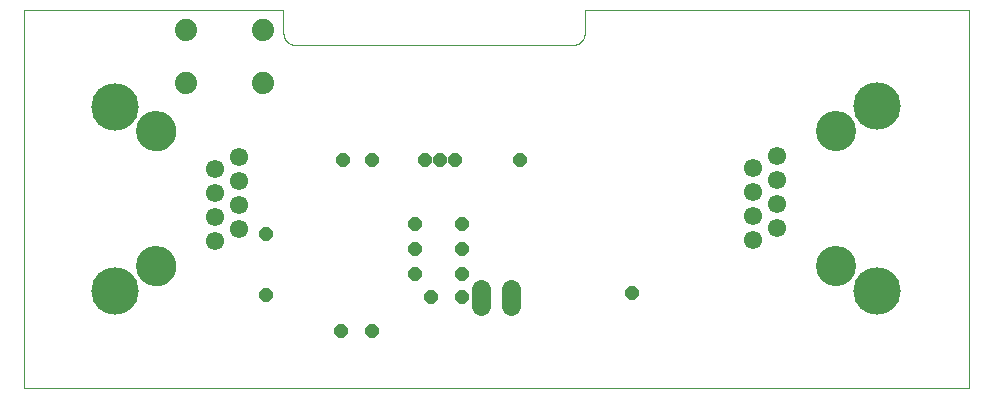
<source format=gbs>
G75*
%MOIN*%
%OFA0B0*%
%FSLAX25Y25*%
%IPPOS*%
%LPD*%
%AMOC8*
5,1,8,0,0,1.08239X$1,22.5*
%
%ADD10C,0.00000*%
%ADD11C,0.13398*%
%ADD12C,0.07400*%
%ADD13C,0.06400*%
%ADD14C,0.06115*%
%ADD15R,0.04762X0.04762*%
%ADD16OC8,0.04369*%
%ADD17C,0.15800*%
D10*
X0001000Y0001571D02*
X0001000Y0127555D01*
X0087614Y0127555D01*
X0087614Y0119681D01*
X0087616Y0119557D01*
X0087622Y0119434D01*
X0087631Y0119310D01*
X0087645Y0119188D01*
X0087662Y0119065D01*
X0087684Y0118943D01*
X0087709Y0118822D01*
X0087738Y0118702D01*
X0087770Y0118583D01*
X0087807Y0118464D01*
X0087847Y0118347D01*
X0087890Y0118232D01*
X0087938Y0118117D01*
X0087989Y0118005D01*
X0088043Y0117894D01*
X0088101Y0117784D01*
X0088162Y0117677D01*
X0088227Y0117571D01*
X0088295Y0117468D01*
X0088366Y0117367D01*
X0088440Y0117268D01*
X0088517Y0117171D01*
X0088598Y0117077D01*
X0088681Y0116986D01*
X0088767Y0116897D01*
X0088856Y0116811D01*
X0088947Y0116728D01*
X0089041Y0116647D01*
X0089138Y0116570D01*
X0089237Y0116496D01*
X0089338Y0116425D01*
X0089441Y0116357D01*
X0089547Y0116292D01*
X0089654Y0116231D01*
X0089764Y0116173D01*
X0089875Y0116119D01*
X0089987Y0116068D01*
X0090102Y0116020D01*
X0090217Y0115977D01*
X0090334Y0115937D01*
X0090453Y0115900D01*
X0090572Y0115868D01*
X0090692Y0115839D01*
X0090813Y0115814D01*
X0090935Y0115792D01*
X0091058Y0115775D01*
X0091180Y0115761D01*
X0091304Y0115752D01*
X0091427Y0115746D01*
X0091551Y0115744D01*
X0184071Y0115744D01*
X0184195Y0115746D01*
X0184318Y0115752D01*
X0184442Y0115761D01*
X0184564Y0115775D01*
X0184687Y0115792D01*
X0184809Y0115814D01*
X0184930Y0115839D01*
X0185050Y0115868D01*
X0185169Y0115900D01*
X0185288Y0115937D01*
X0185405Y0115977D01*
X0185520Y0116020D01*
X0185635Y0116068D01*
X0185747Y0116119D01*
X0185858Y0116173D01*
X0185968Y0116231D01*
X0186075Y0116292D01*
X0186181Y0116357D01*
X0186284Y0116425D01*
X0186385Y0116496D01*
X0186484Y0116570D01*
X0186581Y0116647D01*
X0186675Y0116728D01*
X0186766Y0116811D01*
X0186855Y0116897D01*
X0186941Y0116986D01*
X0187024Y0117077D01*
X0187105Y0117171D01*
X0187182Y0117268D01*
X0187256Y0117367D01*
X0187327Y0117468D01*
X0187395Y0117571D01*
X0187460Y0117677D01*
X0187521Y0117784D01*
X0187579Y0117894D01*
X0187633Y0118005D01*
X0187684Y0118117D01*
X0187732Y0118232D01*
X0187775Y0118347D01*
X0187815Y0118464D01*
X0187852Y0118583D01*
X0187884Y0118702D01*
X0187913Y0118822D01*
X0187938Y0118943D01*
X0187960Y0119065D01*
X0187977Y0119188D01*
X0187991Y0119310D01*
X0188000Y0119434D01*
X0188006Y0119557D01*
X0188008Y0119681D01*
X0188008Y0127555D01*
X0315961Y0127555D01*
X0315961Y0001571D01*
X0001000Y0001571D01*
X0038934Y0042020D02*
X0038936Y0042178D01*
X0038942Y0042336D01*
X0038952Y0042494D01*
X0038966Y0042652D01*
X0038984Y0042809D01*
X0039005Y0042966D01*
X0039031Y0043122D01*
X0039061Y0043278D01*
X0039094Y0043433D01*
X0039132Y0043586D01*
X0039173Y0043739D01*
X0039218Y0043891D01*
X0039267Y0044042D01*
X0039320Y0044191D01*
X0039376Y0044339D01*
X0039436Y0044485D01*
X0039500Y0044630D01*
X0039568Y0044773D01*
X0039639Y0044915D01*
X0039713Y0045055D01*
X0039791Y0045192D01*
X0039873Y0045328D01*
X0039957Y0045462D01*
X0040046Y0045593D01*
X0040137Y0045722D01*
X0040232Y0045849D01*
X0040329Y0045974D01*
X0040430Y0046096D01*
X0040534Y0046215D01*
X0040641Y0046332D01*
X0040751Y0046446D01*
X0040864Y0046557D01*
X0040979Y0046666D01*
X0041097Y0046771D01*
X0041218Y0046873D01*
X0041341Y0046973D01*
X0041467Y0047069D01*
X0041595Y0047162D01*
X0041725Y0047252D01*
X0041858Y0047338D01*
X0041993Y0047422D01*
X0042129Y0047501D01*
X0042268Y0047578D01*
X0042409Y0047650D01*
X0042551Y0047720D01*
X0042695Y0047785D01*
X0042841Y0047847D01*
X0042988Y0047905D01*
X0043137Y0047960D01*
X0043287Y0048011D01*
X0043438Y0048058D01*
X0043590Y0048101D01*
X0043743Y0048140D01*
X0043898Y0048176D01*
X0044053Y0048207D01*
X0044209Y0048235D01*
X0044365Y0048259D01*
X0044522Y0048279D01*
X0044680Y0048295D01*
X0044837Y0048307D01*
X0044996Y0048315D01*
X0045154Y0048319D01*
X0045312Y0048319D01*
X0045470Y0048315D01*
X0045629Y0048307D01*
X0045786Y0048295D01*
X0045944Y0048279D01*
X0046101Y0048259D01*
X0046257Y0048235D01*
X0046413Y0048207D01*
X0046568Y0048176D01*
X0046723Y0048140D01*
X0046876Y0048101D01*
X0047028Y0048058D01*
X0047179Y0048011D01*
X0047329Y0047960D01*
X0047478Y0047905D01*
X0047625Y0047847D01*
X0047771Y0047785D01*
X0047915Y0047720D01*
X0048057Y0047650D01*
X0048198Y0047578D01*
X0048337Y0047501D01*
X0048473Y0047422D01*
X0048608Y0047338D01*
X0048741Y0047252D01*
X0048871Y0047162D01*
X0048999Y0047069D01*
X0049125Y0046973D01*
X0049248Y0046873D01*
X0049369Y0046771D01*
X0049487Y0046666D01*
X0049602Y0046557D01*
X0049715Y0046446D01*
X0049825Y0046332D01*
X0049932Y0046215D01*
X0050036Y0046096D01*
X0050137Y0045974D01*
X0050234Y0045849D01*
X0050329Y0045722D01*
X0050420Y0045593D01*
X0050509Y0045462D01*
X0050593Y0045328D01*
X0050675Y0045192D01*
X0050753Y0045055D01*
X0050827Y0044915D01*
X0050898Y0044773D01*
X0050966Y0044630D01*
X0051030Y0044485D01*
X0051090Y0044339D01*
X0051146Y0044191D01*
X0051199Y0044042D01*
X0051248Y0043891D01*
X0051293Y0043739D01*
X0051334Y0043586D01*
X0051372Y0043433D01*
X0051405Y0043278D01*
X0051435Y0043122D01*
X0051461Y0042966D01*
X0051482Y0042809D01*
X0051500Y0042652D01*
X0051514Y0042494D01*
X0051524Y0042336D01*
X0051530Y0042178D01*
X0051532Y0042020D01*
X0051530Y0041862D01*
X0051524Y0041704D01*
X0051514Y0041546D01*
X0051500Y0041388D01*
X0051482Y0041231D01*
X0051461Y0041074D01*
X0051435Y0040918D01*
X0051405Y0040762D01*
X0051372Y0040607D01*
X0051334Y0040454D01*
X0051293Y0040301D01*
X0051248Y0040149D01*
X0051199Y0039998D01*
X0051146Y0039849D01*
X0051090Y0039701D01*
X0051030Y0039555D01*
X0050966Y0039410D01*
X0050898Y0039267D01*
X0050827Y0039125D01*
X0050753Y0038985D01*
X0050675Y0038848D01*
X0050593Y0038712D01*
X0050509Y0038578D01*
X0050420Y0038447D01*
X0050329Y0038318D01*
X0050234Y0038191D01*
X0050137Y0038066D01*
X0050036Y0037944D01*
X0049932Y0037825D01*
X0049825Y0037708D01*
X0049715Y0037594D01*
X0049602Y0037483D01*
X0049487Y0037374D01*
X0049369Y0037269D01*
X0049248Y0037167D01*
X0049125Y0037067D01*
X0048999Y0036971D01*
X0048871Y0036878D01*
X0048741Y0036788D01*
X0048608Y0036702D01*
X0048473Y0036618D01*
X0048337Y0036539D01*
X0048198Y0036462D01*
X0048057Y0036390D01*
X0047915Y0036320D01*
X0047771Y0036255D01*
X0047625Y0036193D01*
X0047478Y0036135D01*
X0047329Y0036080D01*
X0047179Y0036029D01*
X0047028Y0035982D01*
X0046876Y0035939D01*
X0046723Y0035900D01*
X0046568Y0035864D01*
X0046413Y0035833D01*
X0046257Y0035805D01*
X0046101Y0035781D01*
X0045944Y0035761D01*
X0045786Y0035745D01*
X0045629Y0035733D01*
X0045470Y0035725D01*
X0045312Y0035721D01*
X0045154Y0035721D01*
X0044996Y0035725D01*
X0044837Y0035733D01*
X0044680Y0035745D01*
X0044522Y0035761D01*
X0044365Y0035781D01*
X0044209Y0035805D01*
X0044053Y0035833D01*
X0043898Y0035864D01*
X0043743Y0035900D01*
X0043590Y0035939D01*
X0043438Y0035982D01*
X0043287Y0036029D01*
X0043137Y0036080D01*
X0042988Y0036135D01*
X0042841Y0036193D01*
X0042695Y0036255D01*
X0042551Y0036320D01*
X0042409Y0036390D01*
X0042268Y0036462D01*
X0042129Y0036539D01*
X0041993Y0036618D01*
X0041858Y0036702D01*
X0041725Y0036788D01*
X0041595Y0036878D01*
X0041467Y0036971D01*
X0041341Y0037067D01*
X0041218Y0037167D01*
X0041097Y0037269D01*
X0040979Y0037374D01*
X0040864Y0037483D01*
X0040751Y0037594D01*
X0040641Y0037708D01*
X0040534Y0037825D01*
X0040430Y0037944D01*
X0040329Y0038066D01*
X0040232Y0038191D01*
X0040137Y0038318D01*
X0040046Y0038447D01*
X0039957Y0038578D01*
X0039873Y0038712D01*
X0039791Y0038848D01*
X0039713Y0038985D01*
X0039639Y0039125D01*
X0039568Y0039267D01*
X0039500Y0039410D01*
X0039436Y0039555D01*
X0039376Y0039701D01*
X0039320Y0039849D01*
X0039267Y0039998D01*
X0039218Y0040149D01*
X0039173Y0040301D01*
X0039132Y0040454D01*
X0039094Y0040607D01*
X0039061Y0040762D01*
X0039031Y0040918D01*
X0039005Y0041074D01*
X0038984Y0041231D01*
X0038966Y0041388D01*
X0038952Y0041546D01*
X0038942Y0041704D01*
X0038936Y0041862D01*
X0038934Y0042020D01*
X0038934Y0087020D02*
X0038936Y0087178D01*
X0038942Y0087336D01*
X0038952Y0087494D01*
X0038966Y0087652D01*
X0038984Y0087809D01*
X0039005Y0087966D01*
X0039031Y0088122D01*
X0039061Y0088278D01*
X0039094Y0088433D01*
X0039132Y0088586D01*
X0039173Y0088739D01*
X0039218Y0088891D01*
X0039267Y0089042D01*
X0039320Y0089191D01*
X0039376Y0089339D01*
X0039436Y0089485D01*
X0039500Y0089630D01*
X0039568Y0089773D01*
X0039639Y0089915D01*
X0039713Y0090055D01*
X0039791Y0090192D01*
X0039873Y0090328D01*
X0039957Y0090462D01*
X0040046Y0090593D01*
X0040137Y0090722D01*
X0040232Y0090849D01*
X0040329Y0090974D01*
X0040430Y0091096D01*
X0040534Y0091215D01*
X0040641Y0091332D01*
X0040751Y0091446D01*
X0040864Y0091557D01*
X0040979Y0091666D01*
X0041097Y0091771D01*
X0041218Y0091873D01*
X0041341Y0091973D01*
X0041467Y0092069D01*
X0041595Y0092162D01*
X0041725Y0092252D01*
X0041858Y0092338D01*
X0041993Y0092422D01*
X0042129Y0092501D01*
X0042268Y0092578D01*
X0042409Y0092650D01*
X0042551Y0092720D01*
X0042695Y0092785D01*
X0042841Y0092847D01*
X0042988Y0092905D01*
X0043137Y0092960D01*
X0043287Y0093011D01*
X0043438Y0093058D01*
X0043590Y0093101D01*
X0043743Y0093140D01*
X0043898Y0093176D01*
X0044053Y0093207D01*
X0044209Y0093235D01*
X0044365Y0093259D01*
X0044522Y0093279D01*
X0044680Y0093295D01*
X0044837Y0093307D01*
X0044996Y0093315D01*
X0045154Y0093319D01*
X0045312Y0093319D01*
X0045470Y0093315D01*
X0045629Y0093307D01*
X0045786Y0093295D01*
X0045944Y0093279D01*
X0046101Y0093259D01*
X0046257Y0093235D01*
X0046413Y0093207D01*
X0046568Y0093176D01*
X0046723Y0093140D01*
X0046876Y0093101D01*
X0047028Y0093058D01*
X0047179Y0093011D01*
X0047329Y0092960D01*
X0047478Y0092905D01*
X0047625Y0092847D01*
X0047771Y0092785D01*
X0047915Y0092720D01*
X0048057Y0092650D01*
X0048198Y0092578D01*
X0048337Y0092501D01*
X0048473Y0092422D01*
X0048608Y0092338D01*
X0048741Y0092252D01*
X0048871Y0092162D01*
X0048999Y0092069D01*
X0049125Y0091973D01*
X0049248Y0091873D01*
X0049369Y0091771D01*
X0049487Y0091666D01*
X0049602Y0091557D01*
X0049715Y0091446D01*
X0049825Y0091332D01*
X0049932Y0091215D01*
X0050036Y0091096D01*
X0050137Y0090974D01*
X0050234Y0090849D01*
X0050329Y0090722D01*
X0050420Y0090593D01*
X0050509Y0090462D01*
X0050593Y0090328D01*
X0050675Y0090192D01*
X0050753Y0090055D01*
X0050827Y0089915D01*
X0050898Y0089773D01*
X0050966Y0089630D01*
X0051030Y0089485D01*
X0051090Y0089339D01*
X0051146Y0089191D01*
X0051199Y0089042D01*
X0051248Y0088891D01*
X0051293Y0088739D01*
X0051334Y0088586D01*
X0051372Y0088433D01*
X0051405Y0088278D01*
X0051435Y0088122D01*
X0051461Y0087966D01*
X0051482Y0087809D01*
X0051500Y0087652D01*
X0051514Y0087494D01*
X0051524Y0087336D01*
X0051530Y0087178D01*
X0051532Y0087020D01*
X0051530Y0086862D01*
X0051524Y0086704D01*
X0051514Y0086546D01*
X0051500Y0086388D01*
X0051482Y0086231D01*
X0051461Y0086074D01*
X0051435Y0085918D01*
X0051405Y0085762D01*
X0051372Y0085607D01*
X0051334Y0085454D01*
X0051293Y0085301D01*
X0051248Y0085149D01*
X0051199Y0084998D01*
X0051146Y0084849D01*
X0051090Y0084701D01*
X0051030Y0084555D01*
X0050966Y0084410D01*
X0050898Y0084267D01*
X0050827Y0084125D01*
X0050753Y0083985D01*
X0050675Y0083848D01*
X0050593Y0083712D01*
X0050509Y0083578D01*
X0050420Y0083447D01*
X0050329Y0083318D01*
X0050234Y0083191D01*
X0050137Y0083066D01*
X0050036Y0082944D01*
X0049932Y0082825D01*
X0049825Y0082708D01*
X0049715Y0082594D01*
X0049602Y0082483D01*
X0049487Y0082374D01*
X0049369Y0082269D01*
X0049248Y0082167D01*
X0049125Y0082067D01*
X0048999Y0081971D01*
X0048871Y0081878D01*
X0048741Y0081788D01*
X0048608Y0081702D01*
X0048473Y0081618D01*
X0048337Y0081539D01*
X0048198Y0081462D01*
X0048057Y0081390D01*
X0047915Y0081320D01*
X0047771Y0081255D01*
X0047625Y0081193D01*
X0047478Y0081135D01*
X0047329Y0081080D01*
X0047179Y0081029D01*
X0047028Y0080982D01*
X0046876Y0080939D01*
X0046723Y0080900D01*
X0046568Y0080864D01*
X0046413Y0080833D01*
X0046257Y0080805D01*
X0046101Y0080781D01*
X0045944Y0080761D01*
X0045786Y0080745D01*
X0045629Y0080733D01*
X0045470Y0080725D01*
X0045312Y0080721D01*
X0045154Y0080721D01*
X0044996Y0080725D01*
X0044837Y0080733D01*
X0044680Y0080745D01*
X0044522Y0080761D01*
X0044365Y0080781D01*
X0044209Y0080805D01*
X0044053Y0080833D01*
X0043898Y0080864D01*
X0043743Y0080900D01*
X0043590Y0080939D01*
X0043438Y0080982D01*
X0043287Y0081029D01*
X0043137Y0081080D01*
X0042988Y0081135D01*
X0042841Y0081193D01*
X0042695Y0081255D01*
X0042551Y0081320D01*
X0042409Y0081390D01*
X0042268Y0081462D01*
X0042129Y0081539D01*
X0041993Y0081618D01*
X0041858Y0081702D01*
X0041725Y0081788D01*
X0041595Y0081878D01*
X0041467Y0081971D01*
X0041341Y0082067D01*
X0041218Y0082167D01*
X0041097Y0082269D01*
X0040979Y0082374D01*
X0040864Y0082483D01*
X0040751Y0082594D01*
X0040641Y0082708D01*
X0040534Y0082825D01*
X0040430Y0082944D01*
X0040329Y0083066D01*
X0040232Y0083191D01*
X0040137Y0083318D01*
X0040046Y0083447D01*
X0039957Y0083578D01*
X0039873Y0083712D01*
X0039791Y0083848D01*
X0039713Y0083985D01*
X0039639Y0084125D01*
X0039568Y0084267D01*
X0039500Y0084410D01*
X0039436Y0084555D01*
X0039376Y0084701D01*
X0039320Y0084849D01*
X0039267Y0084998D01*
X0039218Y0085149D01*
X0039173Y0085301D01*
X0039132Y0085454D01*
X0039094Y0085607D01*
X0039061Y0085762D01*
X0039031Y0085918D01*
X0039005Y0086074D01*
X0038984Y0086231D01*
X0038966Y0086388D01*
X0038952Y0086546D01*
X0038942Y0086704D01*
X0038936Y0086862D01*
X0038934Y0087020D01*
X0265429Y0087106D02*
X0265431Y0087264D01*
X0265437Y0087422D01*
X0265447Y0087580D01*
X0265461Y0087738D01*
X0265479Y0087895D01*
X0265500Y0088052D01*
X0265526Y0088208D01*
X0265556Y0088364D01*
X0265589Y0088519D01*
X0265627Y0088672D01*
X0265668Y0088825D01*
X0265713Y0088977D01*
X0265762Y0089128D01*
X0265815Y0089277D01*
X0265871Y0089425D01*
X0265931Y0089571D01*
X0265995Y0089716D01*
X0266063Y0089859D01*
X0266134Y0090001D01*
X0266208Y0090141D01*
X0266286Y0090278D01*
X0266368Y0090414D01*
X0266452Y0090548D01*
X0266541Y0090679D01*
X0266632Y0090808D01*
X0266727Y0090935D01*
X0266824Y0091060D01*
X0266925Y0091182D01*
X0267029Y0091301D01*
X0267136Y0091418D01*
X0267246Y0091532D01*
X0267359Y0091643D01*
X0267474Y0091752D01*
X0267592Y0091857D01*
X0267713Y0091959D01*
X0267836Y0092059D01*
X0267962Y0092155D01*
X0268090Y0092248D01*
X0268220Y0092338D01*
X0268353Y0092424D01*
X0268488Y0092508D01*
X0268624Y0092587D01*
X0268763Y0092664D01*
X0268904Y0092736D01*
X0269046Y0092806D01*
X0269190Y0092871D01*
X0269336Y0092933D01*
X0269483Y0092991D01*
X0269632Y0093046D01*
X0269782Y0093097D01*
X0269933Y0093144D01*
X0270085Y0093187D01*
X0270238Y0093226D01*
X0270393Y0093262D01*
X0270548Y0093293D01*
X0270704Y0093321D01*
X0270860Y0093345D01*
X0271017Y0093365D01*
X0271175Y0093381D01*
X0271332Y0093393D01*
X0271491Y0093401D01*
X0271649Y0093405D01*
X0271807Y0093405D01*
X0271965Y0093401D01*
X0272124Y0093393D01*
X0272281Y0093381D01*
X0272439Y0093365D01*
X0272596Y0093345D01*
X0272752Y0093321D01*
X0272908Y0093293D01*
X0273063Y0093262D01*
X0273218Y0093226D01*
X0273371Y0093187D01*
X0273523Y0093144D01*
X0273674Y0093097D01*
X0273824Y0093046D01*
X0273973Y0092991D01*
X0274120Y0092933D01*
X0274266Y0092871D01*
X0274410Y0092806D01*
X0274552Y0092736D01*
X0274693Y0092664D01*
X0274832Y0092587D01*
X0274968Y0092508D01*
X0275103Y0092424D01*
X0275236Y0092338D01*
X0275366Y0092248D01*
X0275494Y0092155D01*
X0275620Y0092059D01*
X0275743Y0091959D01*
X0275864Y0091857D01*
X0275982Y0091752D01*
X0276097Y0091643D01*
X0276210Y0091532D01*
X0276320Y0091418D01*
X0276427Y0091301D01*
X0276531Y0091182D01*
X0276632Y0091060D01*
X0276729Y0090935D01*
X0276824Y0090808D01*
X0276915Y0090679D01*
X0277004Y0090548D01*
X0277088Y0090414D01*
X0277170Y0090278D01*
X0277248Y0090141D01*
X0277322Y0090001D01*
X0277393Y0089859D01*
X0277461Y0089716D01*
X0277525Y0089571D01*
X0277585Y0089425D01*
X0277641Y0089277D01*
X0277694Y0089128D01*
X0277743Y0088977D01*
X0277788Y0088825D01*
X0277829Y0088672D01*
X0277867Y0088519D01*
X0277900Y0088364D01*
X0277930Y0088208D01*
X0277956Y0088052D01*
X0277977Y0087895D01*
X0277995Y0087738D01*
X0278009Y0087580D01*
X0278019Y0087422D01*
X0278025Y0087264D01*
X0278027Y0087106D01*
X0278025Y0086948D01*
X0278019Y0086790D01*
X0278009Y0086632D01*
X0277995Y0086474D01*
X0277977Y0086317D01*
X0277956Y0086160D01*
X0277930Y0086004D01*
X0277900Y0085848D01*
X0277867Y0085693D01*
X0277829Y0085540D01*
X0277788Y0085387D01*
X0277743Y0085235D01*
X0277694Y0085084D01*
X0277641Y0084935D01*
X0277585Y0084787D01*
X0277525Y0084641D01*
X0277461Y0084496D01*
X0277393Y0084353D01*
X0277322Y0084211D01*
X0277248Y0084071D01*
X0277170Y0083934D01*
X0277088Y0083798D01*
X0277004Y0083664D01*
X0276915Y0083533D01*
X0276824Y0083404D01*
X0276729Y0083277D01*
X0276632Y0083152D01*
X0276531Y0083030D01*
X0276427Y0082911D01*
X0276320Y0082794D01*
X0276210Y0082680D01*
X0276097Y0082569D01*
X0275982Y0082460D01*
X0275864Y0082355D01*
X0275743Y0082253D01*
X0275620Y0082153D01*
X0275494Y0082057D01*
X0275366Y0081964D01*
X0275236Y0081874D01*
X0275103Y0081788D01*
X0274968Y0081704D01*
X0274832Y0081625D01*
X0274693Y0081548D01*
X0274552Y0081476D01*
X0274410Y0081406D01*
X0274266Y0081341D01*
X0274120Y0081279D01*
X0273973Y0081221D01*
X0273824Y0081166D01*
X0273674Y0081115D01*
X0273523Y0081068D01*
X0273371Y0081025D01*
X0273218Y0080986D01*
X0273063Y0080950D01*
X0272908Y0080919D01*
X0272752Y0080891D01*
X0272596Y0080867D01*
X0272439Y0080847D01*
X0272281Y0080831D01*
X0272124Y0080819D01*
X0271965Y0080811D01*
X0271807Y0080807D01*
X0271649Y0080807D01*
X0271491Y0080811D01*
X0271332Y0080819D01*
X0271175Y0080831D01*
X0271017Y0080847D01*
X0270860Y0080867D01*
X0270704Y0080891D01*
X0270548Y0080919D01*
X0270393Y0080950D01*
X0270238Y0080986D01*
X0270085Y0081025D01*
X0269933Y0081068D01*
X0269782Y0081115D01*
X0269632Y0081166D01*
X0269483Y0081221D01*
X0269336Y0081279D01*
X0269190Y0081341D01*
X0269046Y0081406D01*
X0268904Y0081476D01*
X0268763Y0081548D01*
X0268624Y0081625D01*
X0268488Y0081704D01*
X0268353Y0081788D01*
X0268220Y0081874D01*
X0268090Y0081964D01*
X0267962Y0082057D01*
X0267836Y0082153D01*
X0267713Y0082253D01*
X0267592Y0082355D01*
X0267474Y0082460D01*
X0267359Y0082569D01*
X0267246Y0082680D01*
X0267136Y0082794D01*
X0267029Y0082911D01*
X0266925Y0083030D01*
X0266824Y0083152D01*
X0266727Y0083277D01*
X0266632Y0083404D01*
X0266541Y0083533D01*
X0266452Y0083664D01*
X0266368Y0083798D01*
X0266286Y0083934D01*
X0266208Y0084071D01*
X0266134Y0084211D01*
X0266063Y0084353D01*
X0265995Y0084496D01*
X0265931Y0084641D01*
X0265871Y0084787D01*
X0265815Y0084935D01*
X0265762Y0085084D01*
X0265713Y0085235D01*
X0265668Y0085387D01*
X0265627Y0085540D01*
X0265589Y0085693D01*
X0265556Y0085848D01*
X0265526Y0086004D01*
X0265500Y0086160D01*
X0265479Y0086317D01*
X0265461Y0086474D01*
X0265447Y0086632D01*
X0265437Y0086790D01*
X0265431Y0086948D01*
X0265429Y0087106D01*
X0265429Y0042106D02*
X0265431Y0042264D01*
X0265437Y0042422D01*
X0265447Y0042580D01*
X0265461Y0042738D01*
X0265479Y0042895D01*
X0265500Y0043052D01*
X0265526Y0043208D01*
X0265556Y0043364D01*
X0265589Y0043519D01*
X0265627Y0043672D01*
X0265668Y0043825D01*
X0265713Y0043977D01*
X0265762Y0044128D01*
X0265815Y0044277D01*
X0265871Y0044425D01*
X0265931Y0044571D01*
X0265995Y0044716D01*
X0266063Y0044859D01*
X0266134Y0045001D01*
X0266208Y0045141D01*
X0266286Y0045278D01*
X0266368Y0045414D01*
X0266452Y0045548D01*
X0266541Y0045679D01*
X0266632Y0045808D01*
X0266727Y0045935D01*
X0266824Y0046060D01*
X0266925Y0046182D01*
X0267029Y0046301D01*
X0267136Y0046418D01*
X0267246Y0046532D01*
X0267359Y0046643D01*
X0267474Y0046752D01*
X0267592Y0046857D01*
X0267713Y0046959D01*
X0267836Y0047059D01*
X0267962Y0047155D01*
X0268090Y0047248D01*
X0268220Y0047338D01*
X0268353Y0047424D01*
X0268488Y0047508D01*
X0268624Y0047587D01*
X0268763Y0047664D01*
X0268904Y0047736D01*
X0269046Y0047806D01*
X0269190Y0047871D01*
X0269336Y0047933D01*
X0269483Y0047991D01*
X0269632Y0048046D01*
X0269782Y0048097D01*
X0269933Y0048144D01*
X0270085Y0048187D01*
X0270238Y0048226D01*
X0270393Y0048262D01*
X0270548Y0048293D01*
X0270704Y0048321D01*
X0270860Y0048345D01*
X0271017Y0048365D01*
X0271175Y0048381D01*
X0271332Y0048393D01*
X0271491Y0048401D01*
X0271649Y0048405D01*
X0271807Y0048405D01*
X0271965Y0048401D01*
X0272124Y0048393D01*
X0272281Y0048381D01*
X0272439Y0048365D01*
X0272596Y0048345D01*
X0272752Y0048321D01*
X0272908Y0048293D01*
X0273063Y0048262D01*
X0273218Y0048226D01*
X0273371Y0048187D01*
X0273523Y0048144D01*
X0273674Y0048097D01*
X0273824Y0048046D01*
X0273973Y0047991D01*
X0274120Y0047933D01*
X0274266Y0047871D01*
X0274410Y0047806D01*
X0274552Y0047736D01*
X0274693Y0047664D01*
X0274832Y0047587D01*
X0274968Y0047508D01*
X0275103Y0047424D01*
X0275236Y0047338D01*
X0275366Y0047248D01*
X0275494Y0047155D01*
X0275620Y0047059D01*
X0275743Y0046959D01*
X0275864Y0046857D01*
X0275982Y0046752D01*
X0276097Y0046643D01*
X0276210Y0046532D01*
X0276320Y0046418D01*
X0276427Y0046301D01*
X0276531Y0046182D01*
X0276632Y0046060D01*
X0276729Y0045935D01*
X0276824Y0045808D01*
X0276915Y0045679D01*
X0277004Y0045548D01*
X0277088Y0045414D01*
X0277170Y0045278D01*
X0277248Y0045141D01*
X0277322Y0045001D01*
X0277393Y0044859D01*
X0277461Y0044716D01*
X0277525Y0044571D01*
X0277585Y0044425D01*
X0277641Y0044277D01*
X0277694Y0044128D01*
X0277743Y0043977D01*
X0277788Y0043825D01*
X0277829Y0043672D01*
X0277867Y0043519D01*
X0277900Y0043364D01*
X0277930Y0043208D01*
X0277956Y0043052D01*
X0277977Y0042895D01*
X0277995Y0042738D01*
X0278009Y0042580D01*
X0278019Y0042422D01*
X0278025Y0042264D01*
X0278027Y0042106D01*
X0278025Y0041948D01*
X0278019Y0041790D01*
X0278009Y0041632D01*
X0277995Y0041474D01*
X0277977Y0041317D01*
X0277956Y0041160D01*
X0277930Y0041004D01*
X0277900Y0040848D01*
X0277867Y0040693D01*
X0277829Y0040540D01*
X0277788Y0040387D01*
X0277743Y0040235D01*
X0277694Y0040084D01*
X0277641Y0039935D01*
X0277585Y0039787D01*
X0277525Y0039641D01*
X0277461Y0039496D01*
X0277393Y0039353D01*
X0277322Y0039211D01*
X0277248Y0039071D01*
X0277170Y0038934D01*
X0277088Y0038798D01*
X0277004Y0038664D01*
X0276915Y0038533D01*
X0276824Y0038404D01*
X0276729Y0038277D01*
X0276632Y0038152D01*
X0276531Y0038030D01*
X0276427Y0037911D01*
X0276320Y0037794D01*
X0276210Y0037680D01*
X0276097Y0037569D01*
X0275982Y0037460D01*
X0275864Y0037355D01*
X0275743Y0037253D01*
X0275620Y0037153D01*
X0275494Y0037057D01*
X0275366Y0036964D01*
X0275236Y0036874D01*
X0275103Y0036788D01*
X0274968Y0036704D01*
X0274832Y0036625D01*
X0274693Y0036548D01*
X0274552Y0036476D01*
X0274410Y0036406D01*
X0274266Y0036341D01*
X0274120Y0036279D01*
X0273973Y0036221D01*
X0273824Y0036166D01*
X0273674Y0036115D01*
X0273523Y0036068D01*
X0273371Y0036025D01*
X0273218Y0035986D01*
X0273063Y0035950D01*
X0272908Y0035919D01*
X0272752Y0035891D01*
X0272596Y0035867D01*
X0272439Y0035847D01*
X0272281Y0035831D01*
X0272124Y0035819D01*
X0271965Y0035811D01*
X0271807Y0035807D01*
X0271649Y0035807D01*
X0271491Y0035811D01*
X0271332Y0035819D01*
X0271175Y0035831D01*
X0271017Y0035847D01*
X0270860Y0035867D01*
X0270704Y0035891D01*
X0270548Y0035919D01*
X0270393Y0035950D01*
X0270238Y0035986D01*
X0270085Y0036025D01*
X0269933Y0036068D01*
X0269782Y0036115D01*
X0269632Y0036166D01*
X0269483Y0036221D01*
X0269336Y0036279D01*
X0269190Y0036341D01*
X0269046Y0036406D01*
X0268904Y0036476D01*
X0268763Y0036548D01*
X0268624Y0036625D01*
X0268488Y0036704D01*
X0268353Y0036788D01*
X0268220Y0036874D01*
X0268090Y0036964D01*
X0267962Y0037057D01*
X0267836Y0037153D01*
X0267713Y0037253D01*
X0267592Y0037355D01*
X0267474Y0037460D01*
X0267359Y0037569D01*
X0267246Y0037680D01*
X0267136Y0037794D01*
X0267029Y0037911D01*
X0266925Y0038030D01*
X0266824Y0038152D01*
X0266727Y0038277D01*
X0266632Y0038404D01*
X0266541Y0038533D01*
X0266452Y0038664D01*
X0266368Y0038798D01*
X0266286Y0038934D01*
X0266208Y0039071D01*
X0266134Y0039211D01*
X0266063Y0039353D01*
X0265995Y0039496D01*
X0265931Y0039641D01*
X0265871Y0039787D01*
X0265815Y0039935D01*
X0265762Y0040084D01*
X0265713Y0040235D01*
X0265668Y0040387D01*
X0265627Y0040540D01*
X0265589Y0040693D01*
X0265556Y0040848D01*
X0265526Y0041004D01*
X0265500Y0041160D01*
X0265479Y0041317D01*
X0265461Y0041474D01*
X0265447Y0041632D01*
X0265437Y0041790D01*
X0265431Y0041948D01*
X0265429Y0042106D01*
D11*
X0271728Y0042106D03*
X0271728Y0087106D03*
X0045233Y0087020D03*
X0045233Y0042020D03*
D12*
X0055134Y0102949D03*
X0080724Y0102949D03*
X0080724Y0120665D03*
X0055134Y0120665D03*
D13*
X0153480Y0034391D02*
X0153480Y0028791D01*
X0163480Y0028791D02*
X0163480Y0034391D01*
D14*
X0244028Y0050606D03*
X0252028Y0054606D03*
X0244028Y0058606D03*
X0252028Y0062606D03*
X0244028Y0066606D03*
X0252028Y0070606D03*
X0244028Y0074606D03*
X0252028Y0078606D03*
X0072933Y0078520D03*
X0064933Y0074520D03*
X0072933Y0070520D03*
X0064933Y0066520D03*
X0072933Y0062520D03*
X0064933Y0058520D03*
X0072933Y0054520D03*
X0064933Y0050520D03*
D15*
X0072850Y0078539D03*
X0244110Y0050587D03*
D16*
X0203756Y0033067D03*
X0147161Y0031591D03*
X0136827Y0031591D03*
X0131413Y0039465D03*
X0147161Y0039465D03*
X0147161Y0047831D03*
X0131413Y0047831D03*
X0131413Y0056197D03*
X0147161Y0056197D03*
X0144701Y0077358D03*
X0139780Y0077358D03*
X0134858Y0077358D03*
X0117142Y0077358D03*
X0107299Y0077358D03*
X0081709Y0052752D03*
X0081709Y0032575D03*
X0106807Y0020272D03*
X0117142Y0020272D03*
X0166354Y0077358D03*
D17*
X0285528Y0095306D03*
X0285528Y0033906D03*
X0031433Y0033820D03*
X0031433Y0095220D03*
M02*

</source>
